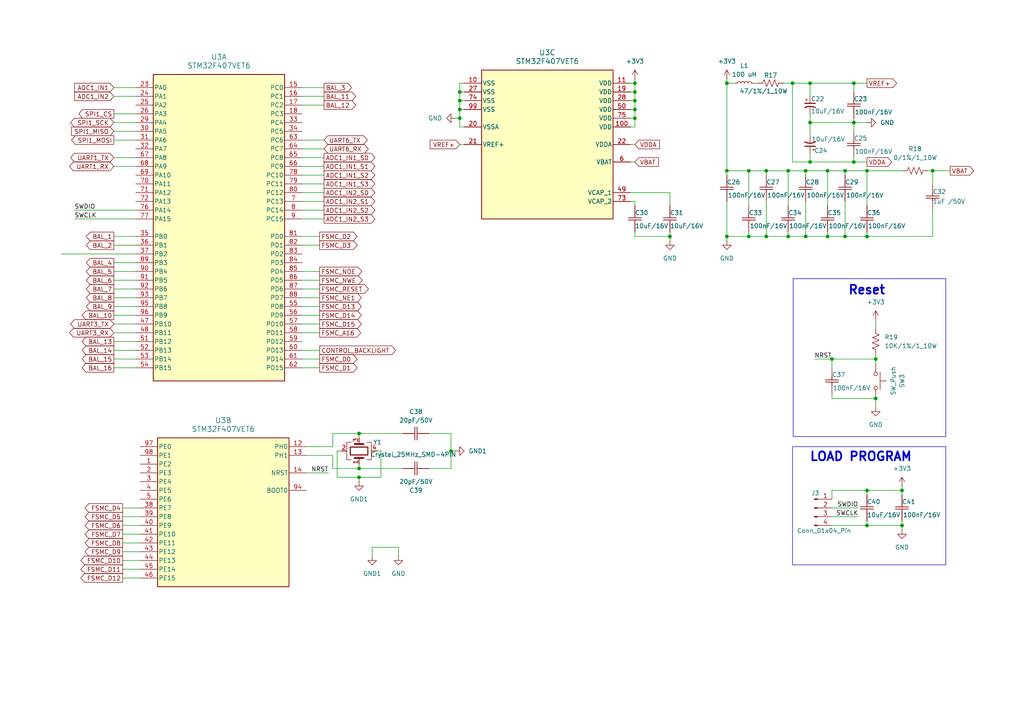
<source format=kicad_sch>
(kicad_sch (version 20231120) (generator "eeschema") (generator_version "8.0")
  (paper "A4")
  (junction (at 240.03 68.58))
  (junction (at 133.35 29.21))
  (junction (at 184.15 26.67))
  (junction (at 229.87 24.13))
  (junction (at 233.68 68.58))
  (junction (at 210.82 49.53))
  (junction (at 234.95 35.56))
  (junction (at 184.15 34.29))
  (junction (at 133.35 31.75))
  (junction (at 254 115.57))
  (junction (at 222.25 68.58))
  (junction (at 133.35 26.67))
  (junction (at 251.46 68.58))
  (junction (at 247.65 24.13))
  (junction (at 245.11 49.53))
  (junction (at 261.62 142.24))
  (junction (at 217.17 68.58))
  (junction (at 254 104.14))
  (junction (at 247.65 46.99))
  (junction (at 247.65 35.56))
  (junction (at 104.14 135.89))
  (junction (at 210.82 24.13))
  (junction (at 270.51 49.53))
  (junction (at 194.31 68.58))
  (junction (at 104.14 138.43))
  (junction (at 228.6 68.58))
  (junction (at 104.14 125.73))
  (junction (at 241.3 104.14))
  (junction (at 184.15 29.21))
  (junction (at 184.15 31.75))
  (junction (at 234.95 24.13))
  (junction (at 233.68 49.53))
  (junction (at 251.46 49.53))
  (junction (at 251.46 142.24))
  (junction (at 245.11 68.58))
  (junction (at 130.81 130.81))
  (junction (at 217.17 49.53))
  (junction (at 228.6 49.53))
  (junction (at 184.15 24.13))
  (junction (at 240.03 49.53))
  (junction (at 251.46 152.4))
  (junction (at 222.25 49.53))
  (junction (at 210.82 68.58))
  (junction (at 234.95 46.99))
  (junction (at 133.35 34.29))
  (junction (at 261.62 152.4))
  (wire (pts (xy 35.56 160.02) (xy 40.64 160.02)))
  (wire (pts (xy 33.02 38.1) (xy 39.37 38.1)))
  (wire (pts (xy 247.65 45.72) (xy 247.65 46.99)))
  (wire (pts (xy 251.46 49.53) (xy 261.62 49.53)))
  (wire (pts (xy 222.25 68.58) (xy 228.6 68.58)))
  (wire (pts (xy 92.71 78.74) (xy 87.63 78.74)))
  (wire (pts (xy 245.11 58.42) (xy 245.11 68.58)))
  (wire (pts (xy 241.3 144.78) (xy 241.3 142.24)))
  (wire (pts (xy 227.33 24.13) (xy 229.87 24.13)))
  (wire (pts (xy 96.52 132.08) (xy 88.9 132.08)))
  (wire (pts (xy 33.02 40.64) (xy 39.37 40.64)))
  (wire (pts (xy 222.25 50.8) (xy 222.25 49.53)))
  (wire (pts (xy 254 102.87) (xy 254 104.14)))
  (wire (pts (xy 87.63 45.72) (xy 93.98 45.72)))
  (wire (pts (xy 109.22 130.81) (xy 110.49 130.81)))
  (wire (pts (xy 234.95 46.99) (xy 234.95 44.45)))
  (wire (pts (xy 87.63 43.18) (xy 93.98 43.18)))
  (wire (pts (xy 234.95 39.37) (xy 234.95 35.56)))
  (wire (pts (xy 92.71 88.9) (xy 87.63 88.9)))
  (wire (pts (xy 130.81 130.81) (xy 130.81 135.89)))
  (wire (pts (xy 35.56 165.1) (xy 40.64 165.1)))
  (wire (pts (xy 39.37 93.98) (xy 33.02 93.98)))
  (wire (pts (xy 133.35 34.29) (xy 133.35 36.83)))
  (wire (pts (xy 241.3 104.14) (xy 254 104.14)))
  (wire (pts (xy 35.56 157.48) (xy 40.64 157.48)))
  (wire (pts (xy 210.82 24.13) (xy 210.82 49.53)))
  (wire (pts (xy 241.3 142.24) (xy 251.46 142.24)))
  (wire (pts (xy 35.56 154.94) (xy 40.64 154.94)))
  (wire (pts (xy 87.63 48.26) (xy 93.98 48.26)))
  (wire (pts (xy 229.87 24.13) (xy 234.95 24.13)))
  (wire (pts (xy 251.46 151.13) (xy 251.46 152.4)))
  (wire (pts (xy 247.65 46.99) (xy 251.46 46.99)))
  (wire (pts (xy 96.52 125.73) (xy 104.14 125.73)))
  (wire (pts (xy 251.46 142.24) (xy 251.46 143.51)))
  (wire (pts (xy 234.95 24.13) (xy 234.95 27.94)))
  (wire (pts (xy 97.79 130.81) (xy 99.06 130.81)))
  (wire (pts (xy 234.95 33.02) (xy 234.95 35.56)))
  (wire (pts (xy 133.35 31.75) (xy 134.62 31.75)))
  (wire (pts (xy 39.37 86.36) (xy 33.02 86.36)))
  (wire (pts (xy 241.3 147.32) (xy 248.92 147.32)))
  (wire (pts (xy 245.11 50.8) (xy 245.11 49.53)))
  (wire (pts (xy 184.15 36.83) (xy 182.88 36.83)))
  (wire (pts (xy 92.71 91.44) (xy 87.63 91.44)))
  (wire (pts (xy 39.37 71.12) (xy 33.02 71.12)))
  (wire (pts (xy 261.62 142.24) (xy 261.62 143.51)))
  (wire (pts (xy 270.51 60.96) (xy 270.51 68.58)))
  (wire (pts (xy 92.71 93.98) (xy 87.63 93.98)))
  (wire (pts (xy 254 104.14) (xy 254 105.41)))
  (wire (pts (xy 87.63 40.64) (xy 93.98 40.64)))
  (wire (pts (xy 104.14 138.43) (xy 104.14 139.7)))
  (wire (pts (xy 247.65 35.56) (xy 234.95 35.56)))
  (wire (pts (xy 35.56 162.56) (xy 40.64 162.56)))
  (wire (pts (xy 184.15 68.58) (xy 184.15 67.31)))
  (wire (pts (xy 35.56 147.32) (xy 40.64 147.32)))
  (wire (pts (xy 247.65 24.13) (xy 234.95 24.13)))
  (wire (pts (xy 222.25 58.42) (xy 222.25 68.58)))
  (wire (pts (xy 39.37 88.9) (xy 33.02 88.9)))
  (wire (pts (xy 182.88 29.21) (xy 184.15 29.21)))
  (wire (pts (xy 184.15 46.99) (xy 182.88 46.99)))
  (wire (pts (xy 133.35 26.67) (xy 134.62 26.67)))
  (wire (pts (xy 184.15 58.42) (xy 184.15 59.69)))
  (wire (pts (xy 134.62 24.13) (xy 133.35 24.13)))
  (wire (pts (xy 210.82 49.53) (xy 210.82 50.8)))
  (wire (pts (xy 182.88 31.75) (xy 184.15 31.75)))
  (wire (pts (xy 130.81 135.89) (xy 124.46 135.89)))
  (wire (pts (xy 92.71 96.52) (xy 87.63 96.52)))
  (wire (pts (xy 87.63 30.48) (xy 93.98 30.48)))
  (wire (pts (xy 184.15 29.21) (xy 184.15 31.75)))
  (wire (pts (xy 39.37 76.2) (xy 33.02 76.2)))
  (wire (pts (xy 261.62 153.67) (xy 261.62 152.4)))
  (wire (pts (xy 92.71 83.82) (xy 87.63 83.82)))
  (wire (pts (xy 270.51 53.34) (xy 270.51 49.53)))
  (wire (pts (xy 87.63 25.4) (xy 93.98 25.4)))
  (wire (pts (xy 240.03 68.58) (xy 245.11 68.58)))
  (wire (pts (xy 222.25 49.53) (xy 228.6 49.53)))
  (wire (pts (xy 241.3 149.86) (xy 248.92 149.86)))
  (wire (pts (xy 39.37 73.66) (xy 17.78 73.66)))
  (wire (pts (xy 39.37 106.68) (xy 33.02 106.68)))
  (wire (pts (xy 115.57 158.75) (xy 115.57 161.29)))
  (wire (pts (xy 247.65 35.56) (xy 251.46 35.56)))
  (wire (pts (xy 182.88 58.42) (xy 184.15 58.42)))
  (wire (pts (xy 88.9 129.54) (xy 96.52 129.54)))
  (wire (pts (xy 104.14 125.73) (xy 116.84 125.73)))
  (wire (pts (xy 39.37 91.44) (xy 33.02 91.44)))
  (wire (pts (xy 251.46 152.4) (xy 261.62 152.4)))
  (wire (pts (xy 132.08 34.29) (xy 133.35 34.29)))
  (wire (pts (xy 194.31 59.69) (xy 194.31 55.88)))
  (wire (pts (xy 269.24 49.53) (xy 270.51 49.53)))
  (wire (pts (xy 96.52 135.89) (xy 104.14 135.89)))
  (wire (pts (xy 241.3 152.4) (xy 251.46 152.4)))
  (wire (pts (xy 184.15 34.29) (xy 184.15 36.83)))
  (wire (pts (xy 247.65 26.67) (xy 247.65 24.13)))
  (wire (pts (xy 233.68 49.53) (xy 240.03 49.53)))
  (wire (pts (xy 184.15 22.86) (xy 184.15 24.13)))
  (wire (pts (xy 107.95 158.75) (xy 115.57 158.75)))
  (wire (pts (xy 88.9 137.16) (xy 95.25 137.16)))
  (wire (pts (xy 92.71 86.36) (xy 87.63 86.36)))
  (wire (pts (xy 251.46 59.69) (xy 251.46 49.53)))
  (wire (pts (xy 251.46 68.58) (xy 251.46 67.31)))
  (wire (pts (xy 233.68 49.53) (xy 233.68 50.8)))
  (wire (pts (xy 87.63 58.42) (xy 93.98 58.42)))
  (wire (pts (xy 229.87 46.99) (xy 229.87 24.13)))
  (wire (pts (xy 184.15 24.13) (xy 184.15 26.67)))
  (wire (pts (xy 247.65 46.99) (xy 234.95 46.99)))
  (wire (pts (xy 251.46 142.24) (xy 261.62 142.24)))
  (wire (pts (xy 130.81 130.81) (xy 132.08 130.81)))
  (wire (pts (xy 39.37 68.58) (xy 33.02 68.58)))
  (wire (pts (xy 92.71 68.58) (xy 87.63 68.58)))
  (wire (pts (xy 247.65 34.29) (xy 247.65 35.56)))
  (wire (pts (xy 133.35 31.75) (xy 133.35 34.29)))
  (wire (pts (xy 87.63 50.8) (xy 93.98 50.8)))
  (wire (pts (xy 210.82 49.53) (xy 217.17 49.53)))
  (wire (pts (xy 39.37 83.82) (xy 33.02 83.82)))
  (wire (pts (xy 87.63 60.96) (xy 93.98 60.96)))
  (wire (pts (xy 233.68 68.58) (xy 240.03 68.58)))
  (wire (pts (xy 104.14 135.89) (xy 116.84 135.89)))
  (wire (pts (xy 133.35 24.13) (xy 133.35 26.67)))
  (wire (pts (xy 33.02 25.4) (xy 39.37 25.4)))
  (wire (pts (xy 39.37 45.72) (xy 33.02 45.72)))
  (wire (pts (xy 210.82 58.42) (xy 210.82 68.58)))
  (wire (pts (xy 110.49 138.43) (xy 104.14 138.43)))
  (wire (pts (xy 234.95 46.99) (xy 229.87 46.99)))
  (wire (pts (xy 35.56 149.86) (xy 40.64 149.86)))
  (wire (pts (xy 39.37 48.26) (xy 33.02 48.26)))
  (wire (pts (xy 96.52 125.73) (xy 96.52 129.54)))
  (wire (pts (xy 87.63 53.34) (xy 93.98 53.34)))
  (wire (pts (xy 39.37 78.74) (xy 33.02 78.74)))
  (wire (pts (xy 210.82 68.58) (xy 210.82 69.85)))
  (wire (pts (xy 87.63 27.94) (xy 93.98 27.94)))
  (wire (pts (xy 87.63 55.88) (xy 93.98 55.88)))
  (wire (pts (xy 39.37 99.06) (xy 33.02 99.06)))
  (wire (pts (xy 245.11 49.53) (xy 251.46 49.53)))
  (wire (pts (xy 254 118.11) (xy 254 115.57)))
  (wire (pts (xy 240.03 49.53) (xy 240.03 59.69)))
  (wire (pts (xy 218.44 24.13) (xy 219.71 24.13)))
  (wire (pts (xy 33.02 33.02) (xy 39.37 33.02)))
  (wire (pts (xy 39.37 60.96) (xy 21.59 60.96)))
  (wire (pts (xy 39.37 96.52) (xy 33.02 96.52)))
  (wire (pts (xy 194.31 55.88) (xy 182.88 55.88)))
  (wire (pts (xy 251.46 68.58) (xy 270.51 68.58)))
  (wire (pts (xy 254 92.71) (xy 254 95.25)))
  (wire (pts (xy 33.02 35.56) (xy 39.37 35.56)))
  (wire (pts (xy 133.35 36.83) (xy 134.62 36.83)))
  (wire (pts (xy 184.15 41.91) (xy 182.88 41.91)))
  (wire (pts (xy 182.88 26.67) (xy 184.15 26.67)))
  (wire (pts (xy 133.35 29.21) (xy 133.35 31.75)))
  (wire (pts (xy 33.02 27.94) (xy 39.37 27.94)))
  (wire (pts (xy 182.88 24.13) (xy 184.15 24.13)))
  (wire (pts (xy 241.3 104.14) (xy 241.3 106.68)))
  (wire (pts (xy 194.31 68.58) (xy 184.15 68.58)))
  (wire (pts (xy 87.63 101.6) (xy 92.71 101.6)))
  (wire (pts (xy 39.37 63.5) (xy 21.59 63.5)))
  (wire (pts (xy 133.35 26.67) (xy 133.35 29.21)))
  (wire (pts (xy 87.63 63.5) (xy 93.98 63.5)))
  (wire (pts (xy 236.22 104.14) (xy 241.3 104.14)))
  (wire (pts (xy 247.65 35.56) (xy 247.65 38.1)))
  (wire (pts (xy 92.71 106.68) (xy 87.63 106.68)))
  (wire (pts (xy 228.6 59.69) (xy 228.6 49.53)))
  (wire (pts (xy 39.37 104.14) (xy 33.02 104.14)))
  (wire (pts (xy 240.03 67.31) (xy 240.03 68.58)))
  (wire (pts (xy 245.11 68.58) (xy 251.46 68.58)))
  (wire (pts (xy 228.6 67.31) (xy 228.6 68.58)))
  (wire (pts (xy 210.82 22.86) (xy 210.82 24.13)))
  (wire (pts (xy 210.82 24.13) (xy 213.36 24.13)))
  (wire (pts (xy 184.15 26.67) (xy 184.15 29.21)))
  (wire (pts (xy 107.95 161.29) (xy 107.95 158.75)))
  (wire (pts (xy 247.65 24.13) (xy 251.46 24.13)))
  (wire (pts (xy 217.17 68.58) (xy 222.25 68.58)))
  (wire (pts (xy 194.31 68.58) (xy 194.31 69.85)))
  (wire (pts (xy 130.81 125.73) (xy 124.46 125.73)))
  (wire (pts (xy 184.15 31.75) (xy 184.15 34.29)))
  (wire (pts (xy 210.82 68.58) (xy 217.17 68.58)))
  (wire (pts (xy 92.71 71.12) (xy 87.63 71.12)))
  (wire (pts (xy 217.17 67.31) (xy 217.17 68.58)))
  (wire (pts (xy 261.62 140.97) (xy 261.62 142.24)))
  (wire (pts (xy 35.56 152.4) (xy 40.64 152.4)))
  (wire (pts (xy 130.81 125.73) (xy 130.81 130.81)))
  (wire (pts (xy 96.52 135.89) (xy 96.52 132.08)))
  (wire (pts (xy 233.68 58.42) (xy 233.68 68.58)))
  (wire (pts (xy 241.3 114.3) (xy 241.3 115.57)))
  (wire (pts (xy 35.56 167.64) (xy 40.64 167.64)))
  (wire (pts (xy 104.14 125.73) (xy 104.14 127)))
  (wire (pts (xy 228.6 68.58) (xy 233.68 68.58)))
  (wire (pts (xy 110.49 130.81) (xy 110.49 138.43)))
  (wire (pts (xy 194.31 67.31) (xy 194.31 68.58)))
  (wire (pts (xy 217.17 49.53) (xy 222.25 49.53)))
  (wire (pts (xy 133.35 29.21) (xy 134.62 29.21)))
  (wire (pts (xy 217.17 59.69) (xy 217.17 49.53)))
  (wire (pts (xy 104.14 138.43) (xy 97.79 138.43)))
  (wire (pts (xy 270.51 49.53) (xy 275.59 49.53)))
  (wire (pts (xy 97.79 138.43) (xy 97.79 130.81)))
  (wire (pts (xy 39.37 81.28) (xy 33.02 81.28)))
  (wire (pts (xy 104.14 134.62) (xy 104.14 135.89)))
  (wire (pts (xy 241.3 115.57) (xy 254 115.57)))
  (wire (pts (xy 182.88 34.29) (xy 184.15 34.29)))
  (wire (pts (xy 92.71 81.28) (xy 87.63 81.28)))
  (wire (pts (xy 228.6 49.53) (xy 233.68 49.53)))
  (wire (pts (xy 92.71 104.14) (xy 87.63 104.14)))
  (wire (pts (xy 39.37 101.6) (xy 33.02 101.6)))
  (wire (pts (xy 133.35 41.91) (xy 134.62 41.91)))
  (wire (pts (xy 261.62 152.4) (xy 261.62 151.13)))
  (wire (pts (xy 240.03 49.53) (xy 245.11 49.53)))
  (rectangle (start 229.87 129.54) (end 274.32 163.83))
  (rectangle (start 230.0478 80.8228) (end 274.32 126.619))
  (text "LOAD PROGRAM" (at 249.682 132.588 0) (effects (font (size 2.54 2.54) (bold yes))))
  (text "Reset\n" (at 251.4092 84.2518 0) (effects (font (size 2.54 2.54) (bold yes))))
  (label "SWCLK" (at 248.92 149.86 180))
  (label "NRST" (at 236.22 104.14 0))
  (label "SWDIO" (at 248.92 147.32 180))
  (label "SWDIO" (at 21.59 60.96 0))
  (label "NRST" (at 95.25 137.16 180))
  (label "SWCLK" (at 21.59 63.5 0))
  (global_label "FSMC_D1" (shape output) (at 92.71 106.68 0) (property "Intersheetrefs" "${INTERSHEET_REFS}" (effects (hide yes))))
  (global_label "ADC1_IN2_S0" (shape output) (at 93.98 55.88 0) (property "Intersheetrefs" "${INTERSHEET_REFS}" (effects (hide yes))))
  (global_label "ADC1_IN1" (shape input) (at 33.02 25.4 180) (property "Intersheetrefs" "${INTERSHEET_REFS}" (effects (hide yes))))
  (global_label "ADC1_IN2_S3" (shape output) (at 93.98 63.5 0) (property "Intersheetrefs" "${INTERSHEET_REFS}" (effects (hide yes))))
  (global_label "BAL_16" (shape output) (at 33.02 106.68 180) (property "Intersheetrefs" "${INTERSHEET_REFS}" (effects (hide yes))))
  (global_label "SPI1_CS" (shape output) (at 33.02 33.02 180) (property "Intersheetrefs" "${INTERSHEET_REFS}" (effects (hide yes))))
  (global_label "ADC1_IN1_S0" (shape output) (at 93.98 45.72 0) (property "Intersheetrefs" "${INTERSHEET_REFS}" (effects (hide yes))))
  (global_label "BAL_13" (shape output) (at 33.02 99.06 180) (property "Intersheetrefs" "${INTERSHEET_REFS}" (effects (hide yes))))
  (global_label "UART6_TX" (shape bidirectional) (at 93.98 40.64 0) (property "Intersheetrefs" "${INTERSHEET_REFS}" (effects (hide yes))))
  (global_label "FSMC_RESET" (shape output) (at 92.71 83.82 0) (property "Intersheetrefs" "${INTERSHEET_REFS}" (effects (hide yes))))
  (global_label "UART1_RX" (shape bidirectional) (at 33.02 48.26 180) (property "Intersheetrefs" "${INTERSHEET_REFS}" (effects (hide yes))))
  (global_label "BAL_12" (shape output) (at 93.98 30.48 0) (property "Intersheetrefs" "${INTERSHEET_REFS}" (effects (hide yes))))
  (global_label "BAL_3" (shape output) (at 93.98 25.4 0) (property "Intersheetrefs" "${INTERSHEET_REFS}" (effects (hide yes))))
  (global_label "BAL_5" (shape output) (at 33.02 78.74 180) (property "Intersheetrefs" "${INTERSHEET_REFS}" (effects (hide yes))))
  (global_label "FSMC_D2" (shape output) (at 92.71 68.58 0) (property "Intersheetrefs" "${INTERSHEET_REFS}" (effects (hide yes))))
  (global_label "FSMC_D15" (shape output) (at 92.71 93.98 0) (property "Intersheetrefs" "${INTERSHEET_REFS}" (effects (hide yes))))
  (global_label "ADC1_IN2_S1" (shape output) (at 93.98 58.42 0) (property "Intersheetrefs" "${INTERSHEET_REFS}" (effects (hide yes))))
  (global_label "VDDA" (shape output) (at 251.46 46.99 0) (property "Intersheetrefs" "${INTERSHEET_REFS}" (effects (hide yes))))
  (global_label "FSMC_D11" (shape output) (at 35.56 165.1 180) (property "Intersheetrefs" "${INTERSHEET_REFS}" (effects (hide yes))))
  (global_label "FSMC_D13" (shape output) (at 92.71 88.9 0) (property "Intersheetrefs" "${INTERSHEET_REFS}" (effects (hide yes))))
  (global_label "FSMC_D6" (shape output) (at 35.56 152.4 180) (property "Intersheetrefs" "${INTERSHEET_REFS}" (effects (hide yes))))
  (global_label "CONTROL_BACKLIGHT" (shape output) (at 92.71 101.6 0) (property "Intersheetrefs" "${INTERSHEET_REFS}" (effects (hide yes))))
  (global_label "FSMC_NE1" (shape output) (at 92.71 86.36 0) (property "Intersheetrefs" "${INTERSHEET_REFS}" (effects (hide yes))))
  (global_label "SPI1_SCK" (shape bidirectional) (at 33.02 35.56 180) (property "Intersheetrefs" "${INTERSHEET_REFS}" (effects (hide yes))))
  (global_label "UART1_TX" (shape bidirectional) (at 33.02 45.72 180) (property "Intersheetrefs" "${INTERSHEET_REFS}" (effects (hide yes))))
  (global_label "FSMC_D0" (shape output) (at 92.71 104.14 0) (property "Intersheetrefs" "${INTERSHEET_REFS}" (effects (hide yes))))
  (global_label "SPI1_MOSI" (shape output) (at 33.02 40.64 180) (property "Intersheetrefs" "${INTERSHEET_REFS}" (effects (hide yes))))
  (global_label "BAL_9" (shape output) (at 33.02 88.9 180) (property "Intersheetrefs" "${INTERSHEET_REFS}" (effects (hide yes))))
  (global_label "BAL_2" (shape output) (at 33.02 71.12 180) (property "Intersheetrefs" "${INTERSHEET_REFS}" (effects (hide yes))))
  (global_label "SPI1_MISO" (shape input) (at 33.02 38.1 180) (property "Intersheetrefs" "${INTERSHEET_REFS}" (effects (hide yes))))
  (global_label "UART3_TX" (shape bidirectional) (at 33.02 93.98 180) (property "Intersheetrefs" "${INTERSHEET_REFS}" (effects (hide yes))))
  (global_label "BAL_1" (shape output) (at 33.02 68.58 180) (property "Intersheetrefs" "${INTERSHEET_REFS}" (effects (hide yes))))
  (global_label "ADC1_IN1_S1" (shape output) (at 93.98 48.26 0) (property "Intersheetrefs" "${INTERSHEET_REFS}" (effects (hide yes))))
  (global_label "FSMC_NOE" (shape output) (at 92.71 78.74 0) (property "Intersheetrefs" "${INTERSHEET_REFS}" (effects (hide yes))))
  (global_label "FSMC_NWE" (shape output) (at 92.71 81.28 0) (property "Intersheetrefs" "${INTERSHEET_REFS}" (effects (hide yes))))
  (global_label "UART3_RX" (shape bidirectional) (at 33.02 96.52 180) (property "Intersheetrefs" "${INTERSHEET_REFS}" (effects (hide yes))))
  (global_label "VREF+" (shape input) (at 133.35 41.91 180) (property "Intersheetrefs" "${INTERSHEET_REFS}" (effects (hide yes))))
  (global_label "BAL_8" (shape output) (at 33.02 86.36 180) (property "Intersheetrefs" "${INTERSHEET_REFS}" (effects (hide yes))))
  (global_label "FSMC_D4" (shape output) (at 35.56 147.32 180) (property "Intersheetrefs" "${INTERSHEET_REFS}" (effects (hide yes))))
  (global_label "BAL_10" (shape output) (at 33.02 91.44 180) (property "Intersheetrefs" "${INTERSHEET_REFS}" (effects (hide yes))))
  (global_label "VBAT" (shape input) (at 184.15 46.99 0) (property "Intersheetrefs" "${INTERSHEET_REFS}" (effects (hide yes))))
  (global_label "BAL_4" (shape output) (at 33.02 76.2 180) (property "Intersheetrefs" "${INTERSHEET_REFS}" (effects (hide yes))))
  (global_label "FSMC_D9" (shape output) (at 35.56 160.02 180) (property "Intersheetrefs" "${INTERSHEET_REFS}" (effects (hide yes))))
  (global_label "ADC1_IN2" (shape input) (at 33.02 27.94 180) (property "Intersheetrefs" "${INTERSHEET_REFS}" (effects (hide yes))))
  (global_label "ADC1_IN2_S2" (shape output) (at 93.98 60.96 0) (property "Intersheetrefs" "${INTERSHEET_REFS}" (effects (hide yes))))
  (global_label "ADC1_IN1_S2" (shape output) (at 93.98 50.8 0) (property "Intersheetrefs" "${INTERSHEET_REFS}" (effects (hide yes))))
  (global_label "FSMC_D12" (shape output) (at 35.56 167.64 180) (property "Intersheetrefs" "${INTERSHEET_REFS}" (effects (hide yes))))
  (global_label "BAL_6" (shape output) (at 33.02 81.28 180) (property "Intersheetrefs" "${INTERSHEET_REFS}" (effects (hide yes))))
  (global_label "FSMC_D14" (shape output) (at 92.71 91.44 0) (property "Intersheetrefs" "${INTERSHEET_REFS}" (effects (hide yes))))
  (global_label "FSMC_A16" (shape output) (at 92.71 96.52 0) (property "Intersheetrefs" "${INTERSHEET_REFS}" (effects (hide yes))))
  (global_label "BAL_7" (shape output) (at 33.02 83.82 180) (property "Intersheetrefs" "${INTERSHEET_REFS}" (effects (hide yes))))
  (global_label "FSMC_D10" (shape output) (at 35.56 162.56 180) (property "Intersheetrefs" "${INTERSHEET_REFS}" (effects (hide yes))))
  (global_label "BAL_14" (shape output) (at 33.02 101.6 180) (property "Intersheetrefs" "${INTERSHEET_REFS}" (effects (hide yes))))
  (global_label "UART6_RX" (shape bidirectional) (at 93.98 43.18 0) (property "Intersheetrefs" "${INTERSHEET_REFS}" (effects (hide yes))))
  (global_label "FSMC_D7" (shape output) (at 35.56 154.94 180) (property "Intersheetrefs" "${INTERSHEET_REFS}" (effects (hide yes))))
  (global_label "VDDA" (shape input) (at 184.15 41.91 0) (property "Intersheetrefs" "${INTERSHEET_REFS}" (effects (hide yes))))
  (global_label "VREF+" (shape output) (at 251.46 24.13 0) (property "Intersheetrefs" "${INTERSHEET_REFS}" (effects (hide yes))))
  (global_label "ADC1_IN1_S3" (shape output) (at 93.98 53.34 0) (property "Intersheetrefs" "${INTERSHEET_REFS}" (effects (hide yes))))
  (global_label "FSMC_D5" (shape output) (at 35.56 149.86 180) (property "Intersheetrefs" "${INTERSHEET_REFS}" (effects (hide yes))))
  (global_label "VBAT" (shape output) (at 275.59 49.53 0) (property "Intersheetrefs" "${INTERSHEET_REFS}" (effects (hide yes))))
  (global_label "BAL_11" (shape output) (at 93.98 27.94 0) (property "Intersheetrefs" "${INTERSHEET_REFS}" (effects (hide yes))))
  (global_label "FSMC_D8" (shape output) (at 35.56 157.48 180) (property "Intersheetrefs" "${INTERSHEET_REFS}" (effects (hide yes))))
  (global_label "FSMC_D3" (shape output) (at 92.71 71.12 0) (property "Intersheetrefs" "${INTERSHEET_REFS}" (effects (hide yes))))
  (global_label "BAL_15" (shape output) (at 33.02 104.14 180) (property "Intersheetrefs" "${INTERSHEET_REFS}" (effects (hide yes))))
  (symbol (lib_id "power:GND1") (at 104.14 139.7 0) (unit 1)
    (property "Reference" "#PWR052" (effects (hide yes)))
    (property "Value" "GND1" (at 104.14 144.78 0))
    (property "Description" "Power symbol creates a global label with name \"GND1\" , ground" (effects (hide yes)))
  )
  (symbol (lib_id "Device:L_Small") (at 215.9 24.13 90) (unit 1)
    (property "Reference" "L1" (at 215.9 19.05 90))
    (property "Value" "100 uH" (at 215.9 21.59 90))
    (property "Description" "Inductor, small symbol" (effects (hide yes)))
  )
  (symbol (lib_id "charge_battery_sym_lib:Ceramic_Cap_SMD_10uF_16V") (at 184.15 59.69 270) (unit 1)
    (property "Reference" "C30" (at 184.15 61.722 90) (effects (justify left)))
    (property "Value" "10uF/16V" (at 184.15 65.532 90) (effects (justify left)))
    (property "Footprint" "charge_battery_footprint_lib:Ceramic_Cap_0603" (effects (hide yes)))
    (property "Datasheet" "https://www.mouser.vn/datasheet/2/40/KYOCERA_AutoMLCCKAM-3106308.pdf" (effects (hide yes)))
    (property "Description" "10%, 0603 (1608 Metric)" (effects (hide yes)))
    (property "Supply name" "Thegioiic" (effects (hide yes)))
    (property "Supply part number" "Tụ Gốm 0603 10uF 16V" (effects (hide yes)))
    (property "Supply URL" "https://www.thegioiic.com/tu-gom-0603-10uf-16v" (effects (hide yes)))
  )
  (symbol (lib_id "charge_battery_sym_lib:Ceramic_Cap_SMD_10uF_16V") (at 194.31 59.69 270) (unit 1)
    (property "Reference" "C31" (at 194.31 61.722 90) (effects (justify left)))
    (property "Value" "10uF/16V" (at 194.31 65.532 90) (effects (justify left)))
    (property "Footprint" "charge_battery_footprint_lib:Ceramic_Cap_0603" (effects (hide yes)))
    (property "Datasheet" "https://www.mouser.vn/datasheet/2/40/KYOCERA_AutoMLCCKAM-3106308.pdf" (effects (hide yes)))
    (property "Description" "10%, 0603 (1608 Metric)" (effects (hide yes)))
    (property "Supply name" "Thegioiic" (effects (hide yes)))
    (property "Supply part number" "Tụ Gốm 0603 10uF 16V" (effects (hide yes)))
    (property "Supply URL" "https://www.thegioiic.com/tu-gom-0603-10uf-16v" (effects (hide yes)))
  )
  (symbol (lib_name "Ceramic_Cap_SMD_100nF_16V_3") (lib_id "charge_battery_sym_lib:Ceramic_Cap_SMD_100nF_16V") (at 245.11 57.15 90) (unit 1)
    (property "Reference" "C29" (at 245.11 52.832 90) (effects (justify right)))
    (property "Value" "100nF/16V" (at 245.364 56.642 90) (effects (justify right)))
    (property "Footprint" "charge_battery_footprint_lib:Ceramic_Cap_0603" (effects (hide yes)))
    (property "Datasheet" "https://www.mouser.vn/datasheet/2/40/KYOCERA_AutoMLCCKAM-3106308.pdf" (effects (hide yes)))
    (property "Description" "10%, 0603 (1608 Metric)" (effects (hide yes)))
    (property "Supply name" "Thegioiic" (effects (hide yes)))
    (property "Supply part number" "Tụ Gốm 0603 100nF (0.1uF) 16V" (effects (hide yes)))
    (property "Supply URL" "https://www.thegioiic.com/tu-gom-0603-100nf-0-1uf-16v" (effects (hide yes)))
  )
  (symbol (lib_name "STM32F407VET6_1") (lib_id "charge_battery_sym_lib:STM32F407VET6") (at 139.7 63.5 0) (unit 3)
    (property "Reference" "U3" (at 158.75 15.24 0) (effects (font (size 1.524 1.524))))
    (property "Value" "STM32F407VET6" (at 158.75 17.78 0) (effects (font (size 1.524 1.524))))
    (property "Footprint" "charge_battery_footprint_lib:STM32F407VET6" (effects (hide yes)))
    (property "Datasheet" "https://www.st.com/resource/en/datasheet/stm32f407ve.pdf" (effects (hide yes)))
    (property "Description" "STMicroelectronics Arm Cortex-M4 MCU, 512KB flash, 192KB RAM, 168 MHz, 1.8-3.6V, 82 GPIO, LQFP100" (effects (hide yes)))
    (property "Supply name " "Thegioiic" (effects (hide yes)))
    (property "Supply part number" "STM32F407VET6, 32-Bit ARM Cortex M4 Microcontroller, 168MHz, 512KB FLASH, 100-LQFP" (effects (hide yes)))
    (property "Supply URL" "https://www.thegioiic.com/stm32f407vet6-32-bit-arm-cortex-m4-microcontroller-168mhz-512kb-flash-100-lqfp" (effects (hide yes)))
  )
  (symbol (lib_name "Ceramic_Cap_SMD_100nF_16V_3") (lib_id "charge_battery_sym_lib:Ceramic_Cap_SMD_100nF_16V") (at 251.46 66.04 90) (unit 1)
    (property "Reference" "C36" (at 251.46 61.722 90) (effects (justify right)))
    (property "Value" "100nF/16V" (at 251.714 65.532 90) (effects (justify right)))
    (property "Footprint" "charge_battery_footprint_lib:Ceramic_Cap_0603" (effects (hide yes)))
    (property "Datasheet" "https://www.mouser.vn/datasheet/2/40/KYOCERA_AutoMLCCKAM-3106308.pdf" (effects (hide yes)))
    (property "Description" "10%, 0603 (1608 Metric)" (effects (hide yes)))
    (property "Supply name" "Thegioiic" (effects (hide yes)))
    (property "Supply part number" "Tụ Gốm 0603 100nF (0.1uF) 16V" (effects (hide yes)))
    (property "Supply URL" "https://www.thegioiic.com/tu-gom-0603-100nf-0-1uf-16v" (effects (hide yes)))
  )
  (symbol (lib_id "charge_battery_sym_lib:Res_10K_0603_1%") (at 254 102.87 90) (unit 1)
    (property "Reference" "R19" (at 256.54 97.7899 90) (effects (justify right)))
    (property "Value" "10K/1%/1_10W" (at 256.54 100.3299 90) (effects (justify right)))
    (property "Footprint" "charge_battery_footprint_lib:Res_0603" (effects (hide yes)))
    (property "Datasheet" "https://fscdn.rohm.com/en/products/databook/datasheet/passive/resistor/chip_resistor/esr-e.pdf" (effects (hide yes)))
    (property "Description" "Res 10 KOhm 0603 1%" (effects (hide yes)))
    (property "Supply name" "Thegioiic" (effects (hide yes)))
    (property "Supply part number" "Điện Trở 10 KOhm 0603 1%" (effects (hide yes)))
    (property "Supply URL" "https://www.thegioiic.com/dien-tro-10-kohm-0603-1-" (effects (hide yes)))
  )
  (symbol (lib_id "charge_battery_sym_lib:Cap_Tantalum_10uF_16V") (at 234.95 27.94 270) (unit 1)
    (property "Reference" "C22" (at 235.204 28.702 90) (effects (justify left)))
    (property "Value" "10uF/16V" (at 235.204 32.258 90) (effects (justify left)))
    (property "Footprint" "charge_battery_footprint_lib:Tan_Cap_A" (effects (hide yes)))
    (property "Description" "TAJA105K016RNJ" (effects (hide yes)))
    (property "Supply name" "Thegioiic" (effects (hide yes)))
    (property "Supply part number" "Tụ Tantalum 10uF 16V 2312 TAJC106K016RNJ" (effects (hide yes)))
    (property "Supply URL" "https://www.thegioiic.com/tu-tantalum-10uf-16v-2312-tajc106k016rnj" (effects (hide yes)))
  )
  (symbol (lib_id "power:GND") (at 261.62 153.67 0) (unit 1)
    (property "Reference" "#PWR054" (effects (hide yes)))
    (property "Value" "GND" (at 261.62 158.75 0))
    (property "Description" "Power symbol creates a global label with name \"GND\" , ground" (effects (hide yes)))
  )
  (symbol (lib_name "STM32F407VET6_1") (lib_id "charge_battery_sym_lib:STM32F407VET6") (at 45.72 170.18 0) (unit 2)
    (property "Reference" "U3" (at 64.77 121.92 0) (effects (font (size 1.524 1.524))))
    (property "Value" "STM32F407VET6" (at 64.77 124.46 0) (effects (font (size 1.524 1.524))))
    (property "Footprint" "charge_battery_footprint_lib:STM32F407VET6" (effects (hide yes)))
    (property "Datasheet" "https://www.st.com/resource/en/datasheet/stm32f407ve.pdf" (effects (hide yes)))
    (property "Description" "STMicroelectronics Arm Cortex-M4 MCU, 512KB flash, 192KB RAM, 168 MHz, 1.8-3.6V, 82 GPIO, LQFP100" (effects (hide yes)))
    (property "Supply name " "Thegioiic" (effects (hide yes)))
    (property "Supply part number" "STM32F407VET6, 32-Bit ARM Cortex M4 Microcontroller, 168MHz, 512KB FLASH, 100-LQFP" (effects (hide yes)))
    (property "Supply URL" "https://www.thegioiic.com/stm32f407vet6-32-bit-arm-cortex-m4-microcontroller-168mhz-512kb-flash-100-lqfp" (effects (hide yes)))
  )
  (symbol (lib_id "power:GND") (at 194.31 69.85 0) (unit 1)
    (property "Reference" "#PWR047" (effects (hide yes)))
    (property "Value" "GND" (at 194.31 74.93 0))
    (property "Description" "Power symbol creates a global label with name \"GND\" , ground" (effects (hide yes)))
  )
  (symbol (lib_id "power:GND") (at 210.82 69.85 0) (unit 1)
    (property "Reference" "#PWR048" (effects (hide yes)))
    (property "Value" "GND" (at 210.82 74.93 0))
    (property "Description" "Power symbol creates a global label with name \"GND\" , ground" (effects (hide yes)))
  )
  (symbol (lib_id "power:GND1") (at 132.08 130.81 90) (unit 1)
    (property "Reference" "#PWR051" (effects (hide yes)))
    (property "Value" "GND1" (at 135.89 130.8099 90) (effects (justify right)))
    (property "Description" "Power symbol creates a global label with name \"GND1\" , ground" (effects (hide yes)))
  )
  (symbol (lib_id "power:GND") (at 251.46 35.56 90) (unit 1)
    (property "Reference" "#PWR046" (effects (hide yes)))
    (property "Value" "GND" (at 255.27 35.5599 90) (effects (justify right)))
    (property "Description" "Power symbol creates a global label with name \"GND\" , ground" (effects (hide yes)))
  )
  (symbol (lib_id "charge_battery_sym_lib:Res_0_0603_1%_1") (at 261.62 49.53 0) (unit 1)
    (property "Reference" "R18" (at 265.43 43.18 0))
    (property "Value" "0/1%/1_10W" (at 265.43 45.72 0))
    (property "Footprint" "charge_battery_footprint_lib:Res_0603" (effects (hide yes)))
    (property "Description" "Res 0Ohm 0603 1%" (effects (hide yes)))
    (property "Supply name" "Thegioiic" (effects (hide yes)))
    (property "Supply part number" "Điện Trở 0 Ohm 0603 1%" (effects (hide yes)))
    (property "Supply URL" "https://www.thegioiic.com/dien-tro-0-ohm-0603-1-" (effects (hide yes)))
  )
  (symbol (lib_name "Ceramic_Cap_SMD_100nF_16V_3") (lib_id "charge_battery_sym_lib:Ceramic_Cap_SMD_100nF_16V") (at 222.25 57.15 90) (unit 1)
    (property "Reference" "C27" (at 222.25 52.832 90) (effects (justify right)))
    (property "Value" "100nF/16V" (at 222.504 56.642 90) (effects (justify right)))
    (property "Footprint" "charge_battery_footprint_lib:Ceramic_Cap_0603" (effects (hide yes)))
    (property "Datasheet" "https://www.mouser.vn/datasheet/2/40/KYOCERA_AutoMLCCKAM-3106308.pdf" (effects (hide yes)))
    (property "Description" "10%, 0603 (1608 Metric)" (effects (hide yes)))
    (property "Supply name" "Thegioiic" (effects (hide yes)))
    (property "Supply part number" "Tụ Gốm 0603 100nF (0.1uF) 16V" (effects (hide yes)))
    (property "Supply URL" "https://www.thegioiic.com/tu-gom-0603-100nf-0-1uf-16v" (effects (hide yes)))
  )
  (symbol (lib_id "charge_battery_sym_lib:Cap_Tantalum_10uF_16V") (at 234.95 44.45 90) (unit 1)
    (property "Reference" "C24" (at 240.03 43.688 90) (effects (justify left)))
    (property "Value" "10uF/16V" (at 245.11 40.386 90) (effects (justify left)))
    (property "Footprint" "charge_battery_footprint_lib:Tan_Cap_A" (effects (hide yes)))
    (property "Description" "TAJA105K016RNJ" (effects (hide yes)))
    (property "Supply name" "Thegioiic" (effects (hide yes)))
    (property "Supply part number" "Tụ Tantalum 10uF 16V 2312 TAJC106K016RNJ" (effects (hide yes)))
    (property "Supply URL" "https://www.thegioiic.com/tu-tantalum-10uf-16v-2312-tajc106k016rnj" (effects (hide yes)))
  )
  (symbol (lib_id "Connector:Conn_01x04_Pin") (at 236.22 147.32 0) (unit 1)
    (property "Reference" "J3" (at 236.474 143.002 0))
    (property "Value" "Conn_01x04_Pin" (at 239.014 153.924 0))
    (property "Description" "Generic connector, single row, 01x04, script generated" (effects (hide yes)))
  )
  (symbol (lib_name "Ceramic_Cap_SMD_100nF_16V_3") (lib_id "charge_battery_sym_lib:Ceramic_Cap_SMD_100nF_16V") (at 247.65 33.02 90) (unit 1)
    (property "Reference" "C23" (at 247.65 28.702 90) (effects (justify right)))
    (property "Value" "100nF/16V" (at 247.904 32.512 90) (effects (justify right)))
    (property "Footprint" "charge_battery_footprint_lib:Ceramic_Cap_0603" (effects (hide yes)))
    (property "Datasheet" "https://www.mouser.vn/datasheet/2/40/KYOCERA_AutoMLCCKAM-3106308.pdf" (effects (hide yes)))
    (property "Description" "10%, 0603 (1608 Metric)" (effects (hide yes)))
    (property "Supply name" "Thegioiic" (effects (hide yes)))
    (property "Supply part number" "Tụ Gốm 0603 100nF (0.1uF) 16V" (effects (hide yes)))
    (property "Supply URL" "https://www.thegioiic.com/tu-gom-0603-100nf-0-1uf-16v" (effects (hide yes)))
  )
  (symbol (lib_name "Ceramic_Cap_SMD_100nF_16V_3") (lib_id "charge_battery_sym_lib:Ceramic_Cap_SMD_100nF_16V") (at 241.3 113.03 90) (unit 1)
    (property "Reference" "C37" (at 241.3 108.712 90) (effects (justify right)))
    (property "Value" "100nF/16V" (at 241.554 112.522 90) (effects (justify right)))
    (property "Footprint" "charge_battery_footprint_lib:Ceramic_Cap_0603" (effects (hide yes)))
    (property "Datasheet" "https://www.mouser.vn/datasheet/2/40/KYOCERA_AutoMLCCKAM-3106308.pdf" (effects (hide yes)))
    (property "Description" "10%, 0603 (1608 Metric)" (effects (hide yes)))
    (property "Supply name" "Thegioiic" (effects (hide yes)))
    (property "Supply part number" "Tụ Gốm 0603 100nF (0.1uF) 16V" (effects (hide yes)))
    (property "Supply URL" "https://www.thegioiic.com/tu-gom-0603-100nf-0-1uf-16v" (effects (hide yes)))
  )
  (symbol (lib_name "Ceramic_Cap_SMD_100nF_16V_3") (lib_id "charge_battery_sym_lib:Ceramic_Cap_SMD_100nF_16V") (at 210.82 57.15 90) (unit 1)
    (property "Reference" "C26" (at 210.82 52.832 90) (effects (justify right)))
    (property "Value" "100nF/16V" (at 211.074 56.642 90) (effects (justify right)))
    (property "Footprint" "charge_battery_footprint_lib:Ceramic_Cap_0603" (effects (hide yes)))
    (property "Datasheet" "https://www.mouser.vn/datasheet/2/40/KYOCERA_AutoMLCCKAM-3106308.pdf" (effects (hide yes)))
    (property "Description" "10%, 0603 (1608 Metric)" (effects (hide yes)))
    (property "Supply name" "Thegioiic" (effects (hide yes)))
    (property "Supply part number" "Tụ Gốm 0603 100nF (0.1uF) 16V" (effects (hide yes)))
    (property "Supply URL" "https://www.thegioiic.com/tu-gom-0603-100nf-0-1uf-16v" (effects (hide yes)))
  )
  (symbol (lib_name "STM32F407VET6_1") (lib_id "charge_battery_sym_lib:STM32F407VET6") (at 44.45 110.49 0) (unit 1)
    (property "Reference" "U3" (at 63.5 16.51 0) (effects (font (size 1.524 1.524))))
    (property "Value" "STM32F407VET6" (at 63.5 19.05 0) (effects (font (size 1.524 1.524))))
    (property "Footprint" "charge_battery_footprint_lib:STM32F407VET6" (effects (hide yes)))
    (property "Datasheet" "https://www.st.com/resource/en/datasheet/stm32f407ve.pdf" (effects (hide yes)))
    (property "Description" "STMicroelectronics Arm Cortex-M4 MCU, 512KB flash, 192KB RAM, 168 MHz, 1.8-3.6V, 82 GPIO, LQFP100" (effects (hide yes)))
    (property "Supply name " "Thegioiic" (effects (hide yes)))
    (property "Supply part number" "STM32F407VET6, 32-Bit ARM Cortex M4 Microcontroller, 168MHz, 512KB FLASH, 100-LQFP" (effects (hide yes)))
    (property "Supply URL" "https://www.thegioiic.com/stm32f407vet6-32-bit-arm-cortex-m4-microcontroller-168mhz-512kb-flash-100-lqfp" (effects (hide yes)))
  )
  (symbol (lib_id "charge_battery_sym_lib:Ceramic_Cap_SMD_20pF_50V") (at 118.11 135.89 0) (mirror x) (unit 1)
    (property "Reference" "C39" (at 120.65 142.24 0))
    (property "Value" "20pF/50V" (at 120.65 139.7 0))
    (property "Footprint" "charge_battery_footprint_lib:Ceramic_Cap_0603" (effects (hide yes)))
    (property "Description" "10%, 0603 (1608 Metric)" (effects (hide yes)))
    (property "Supply name" "Thegioiic" (effects (hide yes)))
    (property "Supply part number" "Tụ Gốm 0603 20pF 50V" (effects (hide yes)))
    (property "Supply URL" "https://www.thegioiic.com/tu-gom-0603-20pf-50v" (effects (hide yes)))
  )
  (symbol (lib_name "Ceramic_Cap_SMD_100nF_16V_3") (lib_id "charge_battery_sym_lib:Ceramic_Cap_SMD_100nF_16V") (at 261.62 149.86 90) (unit 1)
    (property "Reference" "C41" (at 261.62 145.542 90) (effects (justify right)))
    (property "Value" "100nF/16V" (at 261.874 149.352 90) (effects (justify right)))
    (property "Footprint" "charge_battery_footprint_lib:Ceramic_Cap_0603" (effects (hide yes)))
    (property "Datasheet" "https://www.mouser.vn/datasheet/2/40/KYOCERA_AutoMLCCKAM-3106308.pdf" (effects (hide yes)))
    (property "Description" "10%, 0603 (1608 Metric)" (effects (hide yes)))
    (property "Supply name" "Thegioiic" (effects (hide yes)))
    (property "Supply part number" "Tụ Gốm 0603 100nF (0.1uF) 16V" (effects (hide yes)))
    (property "Supply URL" "https://www.thegioiic.com/tu-gom-0603-100nf-0-1uf-16v" (effects (hide yes)))
  )
  (symbol (lib_id "charge_battery_sym_lib:Crystal_25MHz_SMD-4PIN") (at 104.14 130.81 90) (unit 1)
    (property "Reference" "Y1" (at 109.474 128.27 90))
    (property "Value" "Crystal_25MHz_SMD-4PIN" (at 119.888 131.826 90))
    (property "Footprint" "charge_battery_footprint_lib:Crystal_SMD_4PIN_3225" (effects (hide yes)))
    (property "Datasheet" "https://mm.digikey.com/Volume0/opasdata/d220001/medias/docus/1859/CX3225SB16000D0GZJC1_Spec.pdf" (effects (hide yes)))
    (property "Description" "Four pin crystal, GND on pins 2 and 4" (effects (hide yes)))
    (property "Supply name" "Thegioiic" (effects (hide yes)))
    (property "Supply part number" "Thạch Anh 25MHz 3225 4 Chân SMD" (effects (hide yes)))
    (property "Supply URL" "https://www.thegioiic.com/thach-anh-25mhz-3225-4-chan-smd" (effects (hide yes)))
  )
  (symbol (lib_id "power:GND") (at 115.57 161.29 0) (unit 1)
    (property "Reference" "#PWR056" (effects (hide yes)))
    (property "Value" "GND" (at 115.57 166.37 0))
    (property "Description" "Power symbol creates a global label with name \"GND\" , ground" (effects (hide yes)))
  )
  (symbol (lib_id "power:+3V3") (at 210.82 22.86 0) (unit 1)
    (property "Reference" "#PWR044" (effects (hide yes)))
    (property "Value" "+3V3" (at 210.82 17.78 0))
    (property "Description" "Power symbol creates a global label with name \"+3V3\"" (effects (hide yes)))
  )
  (symbol (lib_id "power:+3V3") (at 184.15 22.86 0) (unit 1)
    (property "Reference" "#PWR043" (effects (hide yes)))
    (property "Value" "+3V3" (at 184.15 17.78 0))
    (property "Description" "Power symbol creates a global label with name \"+3V3\"" (effects (hide yes)))
  )
  (symbol (lib_id "power:GND") (at 132.08 34.29 270) (unit 1)
    (property "Reference" "#PWR045" (effects (hide yes)))
    (property "Value" "GND" (at 128.27 34.2899 90) (effects (justify right)))
    (property "Description" "Power symbol creates a global label with name \"GND\" , ground" (effects (hide yes)))
  )
  (symbol (lib_id "charge_battery_sym_lib:SW_Push") (at 254 110.49 270) (mirror x) (unit 1)
    (property "Reference" "SW3" (at 261.62 110.49 0))
    (property "Value" "SW_Push" (at 259.08 110.49 0))
    (property "Footprint" "charge_battery_footprint_lib:SW_SMD" (effects (hide yes)))
    (property "Description" "Push button switch, generic, two pins" (effects (hide yes)))
    (property "Supply name" "Thegioiic" (effects (hide yes)))
    (property "Supply part number" "Nút Nhấn 3x4mm Cao 2.5mm 2 Chân SMD" (effects (hide yes)))
    (property "Suppy URL" "https://www.thegioiic.com/nut-nhan-3x4mm-cao-2-5mm-2-chan-smd" (effects (hide yes)))
  )
  (symbol (lib_id "power:GND1") (at 107.95 161.29 0) (unit 1)
    (property "Reference" "#PWR055" (effects (hide yes)))
    (property "Value" "GND1" (at 107.95 166.37 0))
    (property "Description" "Power symbol creates a global label with name \"GND1\" , ground" (effects (hide yes)))
  )
  (symbol (lib_id "power:GND") (at 254 118.11 0) (unit 1)
    (property "Reference" "#PWR050" (effects (hide yes)))
    (property "Value" "GND" (at 254 123.19 0))
    (property "Description" "Power symbol creates a global label with name \"GND\" , ground" (effects (hide yes)))
  )
  (symbol (lib_id "charge_battery_sym_lib:Ceramic_Cap_Hole_1uF_50V_") (at 270.51 60.96 90) (unit 1)
    (property "Reference" "C32" (at 270.51 55.626 90) (effects (justify right)))
    (property "Value" "1uF /50V" (at 270.51 58.42 90) (effects (justify right)))
    (property "Footprint" "charge_battery_footprint_lib:Ceramic_Cap_0603" (effects (hide yes)))
    (property "Description" "1uF ±10%, code 105" (effects (hide yes)))
    (property "Supply name" "Thegioiic" (effects (hide yes)))
    (property "Supply part number" "Tụ Gốm Multilayer 1uF 50V" (effects (hide yes)))
    (property "Supply URL" "https://www.thegioiic.com/tu-gom-multilayer-1uf-50v" (effects (hide yes)))
  )
  (symbol (lib_id "charge_battery_sym_lib:Ceramic_Cap_SMD_10uF_16V") (at 251.46 143.51 270) (unit 1)
    (property "Reference" "C40" (at 251.46 145.542 90) (effects (justify left)))
    (property "Value" "10uF/16V" (at 251.46 149.352 90) (effects (justify left)))
    (property "Footprint" "charge_battery_footprint_lib:Ceramic_Cap_0603" (effects (hide yes)))
    (property "Datasheet" "https://www.mouser.vn/datasheet/2/40/KYOCERA_AutoMLCCKAM-3106308.pdf" (effects (hide yes)))
    (property "Description" "10%, 0603 (1608 Metric)" (effects (hide yes)))
    (property "Supply name" "Thegioiic" (effects (hide yes)))
    (property "Supply part number" "Tụ Gốm 0603 10uF 16V" (effects (hide yes)))
    (property "Supply URL" "https://www.thegioiic.com/tu-gom-0603-10uf-16v" (effects (hide yes)))
  )
  (symbol (lib_name "Ceramic_Cap_SMD_100nF_16V_3") (lib_id "charge_battery_sym_lib:Ceramic_Cap_SMD_100nF_16V") (at 233.68 57.15 90) (unit 1)
    (property "Reference" "C28" (at 233.68 52.832 90) (effects (justify right)))
    (property "Value" "100nF/16V" (at 233.934 56.642 90) (effects (justify right)))
    (property "Footprint" "charge_battery_footprint_lib:Ceramic_Cap_0603" (effects (hide yes)))
    (property "Datasheet" "https://www.mouser.vn/datasheet/2/40/KYOCERA_AutoMLCCKAM-3106308.pdf" (effects (hide yes)))
    (property "Description" "10%, 0603 (1608 Metric)" (effects (hide yes)))
    (property "Supply name" "Thegioiic" (effects (hide yes)))
    (property "Supply part number" "Tụ Gốm 0603 100nF (0.1uF) 16V" (effects (hide yes)))
    (property "Supply URL" "https://www.thegioiic.com/tu-gom-0603-100nf-0-1uf-16v" (effects (hide yes)))
  )
  (symbol (lib_name "Ceramic_Cap_SMD_100nF_16V_3") (lib_id "charge_battery_sym_lib:Ceramic_Cap_SMD_100nF_16V") (at 240.03 66.04 90) (unit 1)
    (property "Reference" "C35" (at 240.03 61.722 90) (effects (justify right)))
    (property "Value" "100nF/16V" (at 240.284 65.532 90) (effects (justify right)))
    (property "Footprint" "charge_battery_footprint_lib:Ceramic_Cap_0603" (effects (hide yes)))
    (property "Datasheet" "https://www.mouser.vn/datasheet/2/40/KYOCERA_AutoMLCCKAM-3106308.pdf" (effects (hide yes)))
    (property "Description" "10%, 0603 (1608 Metric)" (effects (hide yes)))
    (property "Supply name" "Thegioiic" (effects (hide yes)))
    (property "Supply part number" "Tụ Gốm 0603 100nF (0.1uF) 16V" (effects (hide yes)))
    (property "Supply URL" "https://www.thegioiic.com/tu-gom-0603-100nf-0-1uf-16v" (effects (hide yes)))
  )
  (symbol (lib_name "Ceramic_Cap_SMD_100nF_16V_3") (lib_id "charge_battery_sym_lib:Ceramic_Cap_SMD_100nF_16V") (at 247.65 44.45 90) (unit 1)
    (property "Reference" "C25" (at 247.65 40.132 90) (effects (justify right)))
    (property "Value" "100nF/16V" (at 247.904 43.942 90) (effects (justify right)))
    (property "Footprint" "charge_battery_footprint_lib:Ceramic_Cap_0603" (effects (hide yes)))
    (property "Datasheet" "https://www.mouser.vn/datasheet/2/40/KYOCERA_AutoMLCCKAM-3106308.pdf" (effects (hide yes)))
    (property "Description" "10%, 0603 (1608 Metric)" (effects (hide yes)))
    (property "Supply name" "Thegioiic" (effects (hide yes)))
    (property "Supply part number" "Tụ Gốm 0603 100nF (0.1uF) 16V" (effects (hide yes)))
    (property "Supply URL" "https://www.thegioiic.com/tu-gom-0603-100nf-0-1uf-16v" (effects (hide yes)))
  )
  (symbol (lib_name "Ceramic_Cap_SMD_100nF_16V_3") (lib_id "charge_battery_sym_lib:Ceramic_Cap_SMD_100nF_16V") (at 228.6 66.04 90) (unit 1)
    (property "Reference" "C34" (at 228.6 61.722 90) (effects (justify right)))
    (property "Value" "100nF/16V" (at 228.854 65.532 90) (effects (justify right)))
    (property "Footprint" "charge_battery_footprint_lib:Ceramic_Cap_0603" (effects (hide yes)))
    (property "Datasheet" "https://www.mouser.vn/datasheet/2/40/KYOCERA_AutoMLCCKAM-3106308.pdf" (effects (hide yes)))
    (property "Description" "10%, 0603 (1608 Metric)" (effects (hide yes)))
    (property "Supply name" "Thegioiic" (effects (hide yes)))
    (property "Supply part number" "Tụ Gốm 0603 100nF (0.1uF) 16V" (effects (hide yes)))
    (property "Supply URL" "https://www.thegioiic.com/tu-gom-0603-100nf-0-1uf-16v" (effects (hide yes)))
  )
  (symbol (lib_id "power:+3V3") (at 254 92.71 0) (unit 1)
    (property "Reference" "#PWR049" (effects (hide yes)))
    (property "Value" "+3V3" (at 254 87.63 0))
    (property "Description" "Power symbol creates a global label with name \"+3V3\"" (effects (hide yes)))
  )
  (symbol (lib_id "charge_battery_sym_lib:Ceramic_Cap_SMD_20pF_50V") (at 118.11 125.73 0) (unit 1)
    (property "Reference" "C38" (at 120.65 119.38 0))
    (property "Value" "20pF/50V" (at 120.65 121.92 0))
    (property "Footprint" "charge_battery_footprint_lib:Ceramic_Cap_0603" (effects (hide yes)))
    (property "Description" "10%, 0603 (1608 Metric)" (effects (hide yes)))
    (property "Supply name" "Thegioiic" (effects (hide yes)))
    (property "Supply part number" "Tụ Gốm 0603 20pF 50V" (effects (hide yes)))
    (property "Supply URL" "https://www.thegioiic.com/tu-gom-0603-20pf-50v" (effects (hide yes)))
  )
  (symbol (lib_id "charge_battery_sym_lib:Res_47_0603_1%") (at 219.71 24.13 0) (unit 1)
    (property "Reference" "R17" (at 223.52 21.844 0))
    (property "Value" "47/1%/1_10W" (at 221.488 26.416 0))
    (property "Footprint" "charge_battery_footprint_lib:Res_0603" (effects (hide yes)))
    (property "Description" "Res 47 Ohm 0603 1%" (effects (hide yes)))
    (property "Supply name" "Thegioiic" (effects (hide yes)))
    (property "Supply part number" "Điện Trở 47 Ohm 0603 1%" (effects (hide yes)))
    (property "Supply URL" "https://www.thegioiic.com/dien-tro-47-ohm-0603-1-" (effects (hide yes)))
  )
  (symbol (lib_id "power:+3V3") (at 261.62 140.97 0) (unit 1)
    (property "Reference" "#PWR053" (effects (hide yes)))
    (property "Value" "+3V3" (at 261.62 135.89 0))
    (property "Description" "Power symbol creates a global label with name \"+3V3\"" (effects (hide yes)))
  )
  (symbol (lib_name "Ceramic_Cap_SMD_100nF_16V_3") (lib_id "charge_battery_sym_lib:Ceramic_Cap_SMD_100nF_16V") (at 217.17 66.04 90) (unit 1)
    (property "Reference" "C33" (at 217.17 61.722 90) (effects (justify right)))
    (property "Value" "100nF/16V" (at 217.424 65.532 90) (effects (justify right)))
    (property "Footprint" "charge_battery_footprint_lib:Ceramic_Cap_0603" (effects (hide yes)))
    (property "Datasheet" "https://www.mouser.vn/datasheet/2/40/KYOCERA_AutoMLCCKAM-3106308.pdf" (effects (hide yes)))
    (property "Description" "10%, 0603 (1608 Metric)" (effects (hide yes)))
    (property "Supply name" "Thegioiic" (effects (hide yes)))
    (property "Supply part number" "Tụ Gốm 0603 100nF (0.1uF) 16V" (effects (hide yes)))
    (property "Supply URL" "https://www.thegioiic.com/tu-gom-0603-100nf-0-1uf-16v" (effects (hide yes)))
  )
)
</source>
